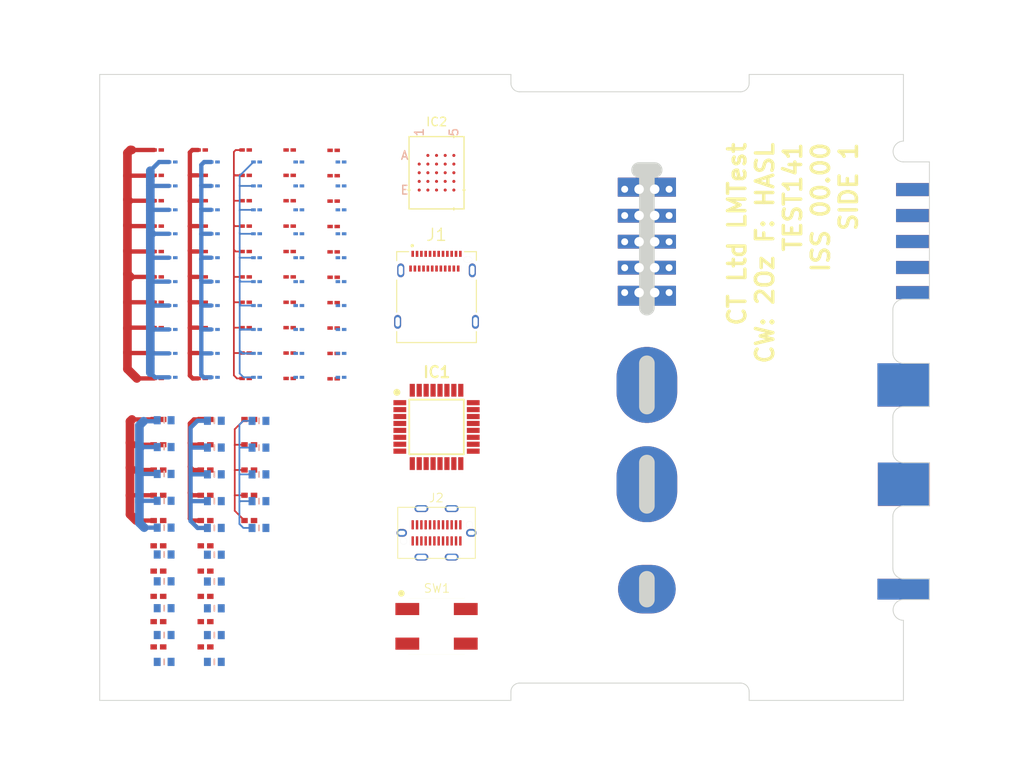
<source format=kicad_pcb>
(kicad_pcb (version 20221018) (generator pcbnew)
  (title_block (title "TEST141") (date "2023-06-13") (rev "00.00") (company "Control Techniques") (comment 1 "LM Test Board"))
  (layers (0 "F.Cu" signal) (31 "B.Cu" signal) (34 "B.Paste" user) (35 "F.Paste" user) (36 "B.SilkS" user "B.Silkscreen") (37 "F.SilkS" user "F.Silkscreen") (38 "B.Mask" user) (39 "F.Mask" user) (44 "Edge.Cuts" user))
  (net 0 "")
  (footprint "ImportedParts:1102-4101" (layer "F.Cu") (at 62.168382 66.086664)
    (fp_text reference "R112" hide)
    (fp_text value "1k" hide)
  )
  (footprint "ImportedParts:1101-4011" (layer "F.Cu") (at 56.64362 32.03)
    (fp_text reference "R1" hide)
    (fp_text value "1k" hide)
  )
  (footprint "ImportedParts:1101-4011" (layer "F.Cu") (at 71.88119 58.426664)
    (fp_text reference "R40" hide)
    (fp_text value "1k" hide)
  )
  (footprint "ImportedParts:1101-4011" (layer "F.Cu") (at 66.802 40.828886)
    (fp_text reference "R24" hide)
    (fp_text value "1k" hide)
  )
  (footprint "ImportedParts:1102-4101" (layer "F.Cu") (at 56.728382 86.526664)
    (fp_text reference "R109" hide)
    (fp_text value "1k" hide)
  )
  (footprint "ImportedParts:1101-4011" (layer "F.Cu") (at 76.960382 58.468518)
    (fp_text reference "R50" hide)
    (fp_text value "1k" hide)
  )
  (footprint "ImportedParts:1101-4011" (layer "F.Cu") (at 71.88119 37.895924)
    (fp_text reference "R33" hide)
    (fp_text value "1k" hide)
  )
  (footprint "ImportedParts:1102-4101" (layer "F.Cu") (at 56.728382 80.686664)
    (fp_text reference "R107" hide)
    (fp_text value "1k" hide)
  )
  (footprint "ImportedParts:1101-4011" (layer "F.Cu") (at 66.802 37.895924)
    (fp_text reference "R23" hide)
    (fp_text value "1k" hide)
  )
  (footprint "ImportedParts:1101-4011" (layer "F.Cu") (at 66.802 58.426664)
    (fp_text reference "R30" hide)
    (fp_text value "1k" hide)
  )
  (footprint "ImportedParts:1101-4011" (layer "F.Cu") (at 61.72281 58.426664)
    (fp_text reference "R20" hide)
    (fp_text value "1k" hide)
  )
  (footprint "ImportedParts:1101-4011" (layer "F.Cu") (at 66.802 55.493696)
    (fp_text reference "R29" hide)
    (fp_text value "1k" hide)
  )
  (footprint "ImportedParts:2214-0034" (layer "F.Cu") (at 88.84 34.660002)
    (fp_text reference "IC2")
    (fp_text value "W25Q32JVTBIQ" hide)
  )
  (footprint "ImportedParts:1102-4101" (layer "F.Cu") (at 62.168382 83.606664)
    (fp_text reference "R118" hide)
    (fp_text value "1k" hide)
  )
  (footprint "ImportedParts:1101-4011" (layer "F.Cu") (at 71.88119 34.962962)
    (fp_text reference "R32" hide)
    (fp_text value "1k" hide)
  )
  (footprint "ImportedParts:1102-4101" (layer "F.Cu") (at 56.728382 89.446664)
    (fp_text reference "R110" hide)
    (fp_text value "1k" hide)
  )
  (footprint "ImportedParts:1101-4011" (layer "F.Cu") (at 71.88119 40.828886)
    (fp_text reference "R34" hide)
    (fp_text value "1k" hide)
  )
  (footprint "ImportedParts:3432-2001" (layer "F.Cu") (at 88.84 44.690006)
    (fp_text reference "J1")
    (fp_text value "12401610E4_2A" hide)
    (fp_line (start 3.45 -0.325) (end 3.75 -0.325) (stroke (width 0.01)) (layer "Edge.Cuts"))
    (fp_line (start 3.75 0.325) (end 3.45 0.325) (stroke (width 0.01)) (layer "Edge.Cuts"))
    (fp_arc (start 3.45 0.325) (mid 3.125 0) (end 3.45 -0.325) (stroke (width 0.01)) (layer "Edge.Cuts"))
    (fp_arc (start 3.75 -0.325) (mid 4.075 0) (end 3.75 0.325) (stroke (width 0.01)) (layer "Edge.Cuts"))
  )
  (footprint "ImportedParts:1101-4011" (layer "F.Cu") (at 71.88119 49.627772)
    (fp_text reference "R37" hide)
    (fp_text value "1k" hide)
  )
  (footprint "ImportedParts:1101-4011" (layer "F.Cu") (at 66.802 46.69481)
    (fp_text reference "R26" hide)
    (fp_text value "1k" hide)
  )
  (footprint "ImportedParts:1102-4101" (layer "F.Cu") (at 67.215144 71.926664)
    (fp_text reference "R124" hide)
    (fp_text value "1k" hide)
  )
  (footprint "ImportedParts:1102-4101" (layer "F.Cu") (at 62.168382 86.526664)
    (fp_text reference "R119" hide)
    (fp_text value "1k" hide)
  )
  (footprint "ImportedParts:1101-4011" (layer "F.Cu") (at 56.64362 58.426664)
    (fp_text reference "R10" hide)
    (fp_text value "1k" hide)
  )
  (footprint "ImportedParts:1102-4101" (layer "F.Cu") (at 56.728382 77.766664)
    (fp_text reference "R106" hide)
    (fp_text value "1k" hide)
  )
  (footprint "ImportedParts:3332-0026" (layer "F.Cu") (at 88.84 87.07)
    (fp_text reference "SW1")
    (fp_text value "TSSF631NJHU" hide)
  )
  (footprint "ImportedParts:1101-4011" (layer "F.Cu") (at 61.72281 34.962962)
    (fp_text reference "R12" hide)
    (fp_text value "1k" hide)
  )
  (footprint "ImportedParts:1102-4101" (layer "F.Cu") (at 67.215144 69.006664)
    (fp_text reference "R123" hide)
    (fp_text value "1k" hide)
  )
  (footprint "ImportedParts:1102-4101" (layer "F.Cu") (at 56.728382 63.166664)
    (fp_text reference "R101" hide)
    (fp_text value "1k" hide)
  )
  (footprint "ImportedParts:1102-4101" (layer "F.Cu") (at 62.168382 80.686664)
    (fp_text reference "R117" hide)
    (fp_text value "1k" hide)
  )
  (footprint "ImportedParts:1101-4011" (layer "F.Cu") (at 56.64362 46.69481)
    (fp_text reference "R6" hide)
    (fp_text value "1k" hide)
  )
  (footprint "ImportedParts:1101-4011" (layer "F.Cu") (at 71.88119 46.69481)
    (fp_text reference "R36" hide)
    (fp_text value "1k" hide)
  )
  (footprint "ImportedParts:1102-4101" (layer "F.Cu") (at 56.728382 74.846664)
    (fp_text reference "R105" hide)
    (fp_text value "1k" hide)
  )
  (footprint "ImportedParts:1101-4011" (layer "F.Cu") (at 56.64362 52.560734)
    (fp_text reference "R8" hide)
    (fp_text value "1k" hide)
  )
  (footprint "ImportedParts:3432-2000" (layer "F.Cu") (at 88.84 76.27)
    (fp_text reference "J2")
    (fp_text value "GSB3CN1330DSHR" hide)
    (fp_circle (center -3.809992 0.929998) (end -3.409992 0.929998) (stroke (width 0.01)) (fill none) (layer "Edge.Cuts"))
    (fp_circle (center 3.809992 -0.929998) (end 4.209992 -0.929998) (stroke (width 0.01)) (fill none) (layer "Edge.Cuts"))
  )
  (footprint "CustomPads:PAD7.3mm" (layer "F.Cu") (at 113.1284 59.176664)
    (fp_text reference "TAB2" hide)
    (fp_text value "PAD7.3mm" hide)
    (fp_poly (pts (arc (start 0.9 -2.5) (mid 0 -3.4) (end -0.9 -2.5)) (arc (start -0.9 2.5) (mid 0 3.4) (end 0.9 2.5))) (fill solid) (layer "Edge.Cuts"))
  )
  (footprint "ImportedParts:1101-4011" (layer "F.Cu") (at 76.960382 35.004816)
    (fp_text reference "R42" hide)
    (fp_text value "1k" hide)
  )
  (footprint "ImportedParts:1102-4101" (layer "F.Cu") (at 56.728382 66.086664)
    (fp_text reference "R102" hide)
    (fp_text value "1k" hide)
  )
  (footprint "ImportedParts:1101-4011" (layer "F.Cu") (at 66.802 34.962962)
    (fp_text reference "R22" hide)
    (fp_text value "1k" hide)
  )
  (footprint "ImportedParts:1101-4011" (layer "F.Cu") (at 61.72281 37.895924)
    (fp_text reference "R13" hide)
    (fp_text value "1k" hide)
  )
  (footprint "ImportedParts:1101-4011" (layer "F.Cu") (at 61.72281 49.627772)
    (fp_text reference "R17" hide)
    (fp_text value "1k" hide)
  )
  (footprint "ImportedParts:1101-4011" (layer "F.Cu") (at 66.802 43.761848)
    (fp_text reference "R25" hide)
    (fp_text value "1k" hide)
  )
  (footprint "ImportedParts:1101-4011" (layer "F.Cu") (at 71.88119 55.493696)
    (fp_text reference "R39" hide)
    (fp_text value "1k" hide)
  )
  (footprint "ImportedParts:1101-4011" (layer "F.Cu") (at 56.64362 40.828886)
    (fp_text reference "R4" hide)
    (fp_text value "1k" hide)
  )
  (footprint "ImportedParts:1101-4011" (layer "F.Cu") (at 56.64362 34.962962)
    (fp_text reference "R2" hide)
    (fp_text value "1k" hide)
  )
  (footprint "ImportedParts:1102-4101" (layer "F.Cu") (at 62.168382 74.846664)
    (fp_text reference "R115" hide)
    (fp_text value "1k" hide)
  )
  (footprint "ImportedParts:1102-4101" (layer "F.Cu") (at 67.215144 74.846664)
    (fp_text reference "R125" hide)
    (fp_text value "1k" hide)
  )
  (footprint "ImportedParts:1102-4101" (layer "F.Cu") (at 62.168382 77.766664)
    (fp_text reference "R116" hide)
    (fp_text value "1k" hide)
  )
  (footprint "ImportedParts:1101-4011" (layer "F.Cu") (at 61.72281 55.493696)
    (fp_text reference "R19" hide)
    (fp_text value "1k" hide)
  )
  (footprint "ImportedParts:1101-4011" (layer "F.Cu") (at 76.960382 49.669626)
    (fp_text reference "R47" hide)
    (fp_text value "1k" hide)
  )
  (footprint "ImportedParts:1101-4011" (layer "F.Cu") (at 66.802 49.627772)
    (fp_text reference "R27" hide)
    (fp_text value "1k" hide)
  )
  (footprint "CustomPads:PAD7.3mm" (layer "F.Cu") (at 113.1284 70.646664)
    (fp_text reference "TAB3" hide)
    (fp_text value "PAD7.3mm" hide)
    (fp_poly (pts (arc (start 0.9 -2.5) (mid 0 -3.4) (end -0.9 -2.5)) (arc (start -0.9 2.5) (mid 0 3.4) (end 0.9 2.5))) (fill solid) (layer "Edge.Cuts"))
  )
  (footprint "ImportedParts:1102-4101" (layer "F.Cu") (at 62.168382 69.006664)
    (fp_text reference "R113" hide)
    (fp_text value "1k" hide)
  )
  (footprint "ImportedParts:1101-4011" (layer "F.Cu") (at 61.72281 43.761848)
    (fp_text reference "R15" hide)
    (fp_text value "1k" hide)
  )
  (footprint "ImportedParts:1101-4011" (layer "F.Cu") (at 61.72281 46.69481)
    (fp_text reference "R16" hide)
    (fp_text value "1k" hide)
  )
  (footprint "ImportedParts:1101-4011" (layer "F.Cu") (at 66.802 52.560734)
    (fp_text reference "R28" hide)
    (fp_text value "1k" hide)
  )
  (footprint "ImportedParts:1101-4011" (layer "F.Cu") (at 76.960382 52.602588)
    (fp_text reference "R48" hide)
    (fp_text value "1k" hide)
  )
  (footprint "ImportedParts:1101-4011" (layer "F.Cu") (at 76.960382 46.736664)
    (fp_text reference "R46" hide)
    (fp_text value "1k" hide)
  )
  (footprint "ImportedParts:1102-4101" (layer "F.Cu") (at 56.728382 83.606664)
    (fp_text reference "R108" hide)
    (fp_text value "1k" hide)
  )
  (footprint "ImportedParts:1102-4101" (layer "F.Cu") (at 56.728382 69.006664)
    (fp_text reference "R103" hide)
    (fp_text value "1k" hide)
  )
  (footprint "ImportedParts:1101-4011" (layer "F.Cu") (at 76.960382 40.87074)
    (fp_text reference "R44" hide)
    (fp_text value "1k" hide)
  )
  (footprint "ImportedParts:1101-4011" (layer "F.Cu") (at 56.64362 37.895924)
    (fp_text reference "R3" hide)
    (fp_text value "1k" hide)
  )
  (footprint "ImportedParts:1102-4101" (layer "F.Cu") (at 67.218382 63.166664)
    (fp_text reference "R121" hide)
    (fp_text value "1k" hide)
  )
  (footprint "ImportedParts:2214-0197" (layer "F.Cu") (at 88.84 64.03)
    (fp_text reference "IC1")
    (fp_text value "STM32G030K6T6TR" hide)
  )
  (footprint "CustomPads:PAD4.7mm" (layer "F.Cu") (at 113.126757 82.776664)
    (fp_text reference "TAB4" hide)
    (fp_text value "PAD4.7mm" hide)
    (fp_poly (pts (arc (start -0.9 -1.2) (mid 0 -2.1) (end 0.9 -1.2)) (arc (start 0.9 1.2) (mid 0 2.1) (end -0.9 1.2))) (fill solid) (layer "Edge.Cuts"))
  )
  (footprint "ImportedParts:1101-4011" (layer "F.Cu") (at 76.960382 43.803702)
    (fp_text reference "R45" hide)
    (fp_text value "1k" hide)
  )
  (footprint "ImportedParts:1102-4101" (layer "F.Cu") (at 62.168382 89.446664)
    (fp_text reference "R120" hide)
    (fp_text value "1k" hide)
  )
  (footprint "ImportedParts:1101-4011" (layer "F.Cu") (at 56.64362 55.493696)
    (fp_text reference "R9" hide)
    (fp_text value "1k" hide)
  )
  (footprint "ImportedParts:1101-4011" (layer "F.Cu") (at 71.88119 52.560734)
    (fp_text reference "R38" hide)
    (fp_text value "1k" hide)
  )
  (footprint "ImportedParts:1102-4101" (layer "F.Cu") (at 67.215144 66.086664)
    (fp_text reference "R122" hide)
    (fp_text value "1k" hide)
  )
  (footprint "ImportedParts:1102-4101" (layer "F.Cu") (at 62.168382 63.166664)
    (fp_text reference "R111" hide)
    (fp_text value "1k" hide)
  )
  (footprint "ImportedParts:1102-4101" (layer "F.Cu") (at 56.728382 71.926664)
    (fp_text reference "R104" hide)
    (fp_text value "1k" hide)
  )
  (footprint "ImportedParts:1101-4011" (layer "F.Cu") (at 76.960382 55.53555)
    (fp_text reference "R49" hide)
    (fp_text value "1k" hide)
  )
  (footprint "ImportedParts:1101-4011" (layer "F.Cu") (at 56.64362 49.627772)
    (fp_text reference "R7" hide)
    (fp_text value "1k" hide)
  )
  (footprint "ImportedParts:1101-4011" (layer "F.Cu") (at 61.72281 40.828886)
    (fp_text reference "R14" hide)
    (fp_text value "1k" hide)
  )
  (footprint "ImportedParts:1101-4011" (layer "F.Cu") (at 61.72281 52.560734)
    (fp_text reference "R18" hide)
    (fp_text value "1k" hide)
  )
  (footprint "ImportedParts:1101-4011" (layer "F.Cu") (at 76.960382 32.071854)
    (fp_text reference "R41" hide)
    (fp_text value "1k" hide)
  )
  (footprint "ImportedParts:1102-4101" (layer "F.Cu") (at 62.168382 71.926664)
    (fp_text reference "R114" hide)
    (fp_text value "1k" hide)
  )
  (footprint "ImportedParts:1101-4011" (layer "F.Cu") (at 76.960382 37.937778)
    (fp_text reference "R43" hide)
    (fp_text value "1k" hide)
  )
  (footprint "CustomPads:Edge5Way" (layer "F.Cu") (at 113.1284 42.356664)
    (fp_text reference "TAB1" hide)
    (fp_text value "~" hide)
    (fp_poly (pts (arc (start 0.9 -7.11) (mid 1.8 -8.01) (end 0.9 -8.91)) (arc (start -0.9 -8.91) (mid -1.8 -8.01) (end -0.9 -7.11)) (arc (start -0.9 7.89) (mid 0 8.79) (end 0.9 7.89))) (fill solid) (layer "Edge.Cuts"))
  )
  (footprint "ImportedParts:1101-4011" (layer "F.Cu") (at 66.802 32.03)
    (fp_text reference "R21" hide)
    (fp_text value "1k" hide)
  )
  (footprint "ImportedParts:1101-4011" (layer "F.Cu") (at 71.88119 32.03)
    (fp_text reference "R31" hide)
    (fp_text value "1k" hide)
  )
  (footprint "ImportedParts:1101-4011" (layer "F.Cu") (at 71.88119 43.761848)
    (fp_text reference "R35" hide)
    (fp_text value "1k" hide)
  )
  (footprint "ImportedParts:1101-4011" (layer "F.Cu") (at 61.72281 32.03)
    (fp_text reference "R11" hide)
    (fp_text value "1k" hide)
  )
  (footprint "ImportedParts:1101-4011" (layer "F.Cu") (at 56.64362 43.761848)
    (fp_text reference "R5" hide)
    (fp_text value "1k" hide)
  )
  (footprint "ImportedParts:1105-4101" (layer "B.Cu") (at 63.188382 47.240053 180)
    (fp_text reference "R86" hide)
    (fp_text value "1k" hide)
  )
  (footprint "ImportedParts:1127-4101" (layer "B.Cu") (at 63.182382 63.316664 180)
    (fp_text reference "R131" hide)
    (fp_text value "RC0603FR-071KL" hide)
  )
  (footprint "ImportedParts:1105-4101" (layer "B.Cu") (at 72.936382 44.475902 180)
    (fp_text reference "R65" hide)
    (fp_text value "1k" hide)
  )
  (footprint "ImportedParts:1105-4101" (layer "B.Cu") (at 58.314382 38.9476 180)
    (fp_text reference "R93" hide)
    (fp_text value "1k" hide)
  )
  (footprint "ImportedParts:1105-4101" (layer "B.Cu") (at 77.810382 47.240053 180)
    (fp_text reference "R56" hide)
    (fp_text value "1k" hide)
  )
  (footprint "ImportedParts:1105-4101" (layer "B.Cu") (at 58.314382 55.532506 180)
    (fp_text reference "R99" hide)
    (fp_text value "1k" hide)
  )
  (footprint "ImportedParts:1105-4101" (layer "B.Cu") (at 68.062382 36.183449 180)
    (fp_text reference "R72" hide)
    (fp_text value "1k" hide)
  )
  (footprint "ImportedParts:1105-4101" (layer "B.Cu") (at 77.810382 52.768355 180)
    (fp_text reference "R58" hide)
    (fp_text value "1k" hide)
  )
  (footprint "ImportedParts:1127-4101" (layer "B.Cu") (at 68.338382 75.698884 180)
    (fp_text reference "R130" hide)
    (fp_text value "RC0603FR-071KL" hide)
  )
  (footprint "ImportedParts:1127-4101" (layer "B.Cu") (at 63.182382 91.176664 180)
    (fp_text reference "R140" hide)
    (fp_text value "RC0603FR-071KL" hide)
  )
  (footprint "ImportedParts:1105-4101" (layer "B.Cu") (at 68.062382 38.9476 180)
    (fp_text reference "R73" hide)
    (fp_text value "1k" hide)
  )
  (footprint "ImportedParts:1105-4101" (layer "B.Cu") (at 77.810382 41.711751 180)
    (fp_text reference "R54" hide)
    (fp_text value "1k" hide)
  )
  (footprint "ImportedParts:1105-4101" (layer "B.Cu") (at 63.188382 38.9476 180)
    (fp_text reference "R83" hide)
    (fp_text value "1k" hide)
  )
  (footprint "ImportedParts:1127-4101" (layer "B.Cu") (at 57.388382 72.56333 180)
    (fp_text reference "R144" hide)
    (fp_text value "RC0603FR-071KL" hide)
  )
  (footprint "ImportedParts:1105-4101" (layer "B.Cu") (at 68.062382 44.475902 180)
    (fp_text reference "R75" hide)
    (fp_text value "1k" hide)
  )
  (footprint "ImportedParts:1105-4101" (layer "B.Cu") (at 72.936382 47.240053 180)
    (fp_text reference "R66" hide)
    (fp_text value "1k" hide)
  )
  (footprint "ImportedParts:1105-4101" (layer "B.Cu") (at 58.314382 41.711751 180)
    (fp_text reference "R94" hide)
    (fp_text value "1k" hide)
  )
  (footprint "ImportedParts:1105-4101" (layer "B.Cu") (at 77.810382 33.419298 180)
    (fp_text reference "R51" hide)
    (fp_text value "1k" hide)
  )
  (footprint "ImportedParts:1105-4101" (layer "B.Cu") (at 63.188382 55.532506 180)
    (fp_text reference "R89" hide)
    (fp_text value "1k" hide)
  )
  (footprint "ImportedParts:1105-4101" (layer "B.Cu") (at 63.188382 36.183449 180)
    (fp_text reference "R82" hide)
    (fp_text value "1k" hide)
  )
  (footprint "ImportedParts:1127-4101" (layer "B.Cu") (at 63.182382 66.412219 180)
    (fp_text reference "R132" hide)
    (fp_text value "RC0603FR-071KL" hide)
  )
  (footprint "ImportedParts:1105-4101" (layer "B.Cu") (at 77.810382 50.004204 180)
    (fp_text reference "R57" hide)
    (fp_text value "1k" hide)
  )
  (footprint "ImportedParts:1105-4101" (layer "B.Cu") (at 68.062382 52.768355 180)
    (fp_text reference "R78" hide)
    (fp_text value "1k" hide)
  )
  (footprint "ImportedParts:1105-4101" (layer "B.Cu") (at 58.314382 44.475902 180)
    (fp_text reference "R95" hide)
    (fp_text value "1k" hide)
  )
  (footprint "ImportedParts:1105-4101" (layer "B.Cu") (at 58.314382 52.768355 180)
    (fp_text reference "R98" hide)
    (fp_text value "1k" hide)
  )
  (footprint "ImportedParts:1127-4101" (layer "B.Cu") (at 68.338382 72.605829 180)
    (fp_text reference "R129" hide)
    (fp_text value "RC0603FR-071KL" hide)
  )
  (footprint "ImportedParts:1105-4101" (layer "B.Cu") (at 58.314382 50.004204 180)
    (fp_text reference "R97" hide)
    (fp_text value "1k" hide)
  )
  (footprint "ImportedParts:1127-4101" (layer "B.Cu") (at 63.182382 88.081104 180)
    (fp_text reference "R139" hide)
    (fp_text value "RC0603FR-071KL" hide)
  )
  (footprint "ImportedParts:1127-4101" (layer "B.Cu") (at 57.388382 91.176664 180)
    (fp_text reference "R150" hide)
    (fp_text value "RC0603FR-071KL" hide)
  )
  (footprint "ImportedParts:1105-4101" (layer "B.Cu") (at 63.188382 33.419298 180)
    (fp_text reference "R81" hide)
    (fp_text value "1k" hide)
  )
  (footprint "ImportedParts:1127-4101" (layer "B.Cu") (at 68.338382 63.326664 180)
    (fp_text reference "R126" hide)
    (fp_text value "RC0603FR-071KL" hide)
  )
  (footprint "ImportedParts:1127-4101" (layer "B.Cu") (at 57.388382 75.665552 180)
    (fp_text reference "R145" hide)
    (fp_text value "RC0603FR-071KL" hide)
  )
  (footprint "ImportedParts:1105-4101" (layer "B.Cu") (at 77.810382 38.9476 180)
    (fp_text reference "R53" hide)
    (fp_text value "1k" hide)
  )
  (footprint "ImportedParts:1105-4101" (layer "B.Cu") (at 72.936382 36.183449 180)
    (fp_text reference "R62" hide)
    (fp_text value "1k" hide)
  )
  (footprint "ImportedParts:1105-4101" (layer "B.Cu") (at 68.062382 47.240053 180)
    (fp_text reference "R76" hide)
    (fp_text value "1k" hide)
  )
  (footprint "ImportedParts:1105-4101" (layer "B.Cu") (at 68.062382 55.532506 180)
    (fp_text reference "R79" hide)
    (fp_text value "1k" hide)
  )
  (footprint "ImportedParts:1127-4101" (layer "B.Cu") (at 63.182382 84.985549 180)
    (fp_text reference "R138" hide)
    (fp_text value "RC0603FR-071KL" hide)
  )
  (footprint "ImportedParts:1127-4101" (layer "B.Cu") (at 63.182382 75.698884 180)
    (fp_text reference "R135" hide)
    (fp_text value "RC0603FR-071KL" hide)
  )
  (footprint "ImportedParts:1105-4101" (layer "B.Cu") (at 63.188382 50.004204 180)
    (fp_text reference "R87" hide)
    (fp_text value "1k" hide)
  )
  (footprint "ImportedParts:1127-4101" (layer "B.Cu") (at 57.388382 69.461108 180)
    (fp_text reference "R143" hide)
    (fp_text value "RC0603FR-071KL" hide)
  )
  (footprint "ImportedParts:1105-4101" (layer "B.Cu") (at 77.810382 58.296664 180)
    (fp_text reference "R60" hide)
    (fp_text value "1k" hide)
  )
  (footprint "ImportedParts:1127-4101" (layer "B.Cu") (at 57.388382 88.07444 180)
    (fp_text reference "R149" hide)
    (fp_text value "RC0603FR-071KL" hide)
  )
  (footprint "ImportedParts:1105-4101" (layer "B.Cu") (at 58.314382 36.183449 180)
    (fp_text reference "R92" hide)
    (fp_text value "1k" hide)
  )
  (footprint "ImportedParts:1105-4101" (layer "B.Cu") (at 68.062382 33.419298 180)
    (fp_text reference "R71" hide)
    (fp_text value "1k" hide)
  )
  (footprint "ImportedParts:1105-4101" (layer "B.Cu") (at 68.062382 58.296664 180)
    (fp_text reference "R80" hide)
    (fp_text value "1k" hide)
  )
  (footprint "ImportedParts:1105-4101" (layer "B.Cu") (at 72.936382 52.768355 180)
    (fp_text reference "R68" hide)
    (fp_text value "1k" hide)
  )
  (footprint "ImportedParts:1127-4101" (layer "B.Cu") (at 63.182382 69.507774 180)
    (fp_text reference "R133" hide)
    (fp_text value "RC0603FR-071KL" hide)
  )
  (footprint "ImportedParts:1105-4101" (layer "B.Cu") (at 68.062382 50.004204 180)
    (fp_text reference "R77" hide)
    (fp_text value "1k" hide)
  )
  (footprint "ImportedParts:1105-4101" (layer "B.Cu") (at 77.810382 44.475902 180)
    (fp_text reference "R55" hide)
    (fp_text value "1k" hide)
  )
  (footprint "ImportedParts:1105-4101" (layer "B.Cu") (at 77.810382 55.532506 180)
    (fp_text reference "R59" hide)
    (fp_text value "1k" hide)
  )
  (footprint "ImportedParts:1127-4101" (layer "B.Cu") (at 63.182382 78.794439 180)
    (fp_text reference "R136" hide)
    (fp_text value "RC0603FR-071KL" hide)
  )
  (footprint "ImportedParts:1127-4101" (layer "B.Cu") (at 57.388382 66.358886 180)
    (fp_text reference "R142" hide)
    (fp_text value "RC0603FR-071KL" hide)
  )
  (footprint "ImportedParts:1105-4101" (layer "B.Cu") (at 72.936382 50.004204 180)
    (fp_text reference "R67" hide)
    (fp_text value "1k" hide)
  )
  (footprint "ImportedParts:1105-4101" (layer "B.Cu") (at 68.062382 41.711751 180)
    (fp_text reference "R74" hide)
    (fp_text value "1k" hide)
  )
  (footprint "ImportedParts:1105-4101" (layer "B.Cu") (at 58.314382 47.240053 180)
    (fp_text reference "R96" hide)
    (fp_text value "1k" hide)
  )
  (footprint "ImportedParts:1105-4101" (layer "B.Cu") (at 63.188382 44.475902 180)
    (fp_text reference "R85" hide)
    (fp_text value "1k" hide)
  )
  (footprint "ImportedParts:1105-4101" (layer "B.Cu") (at 63.188382 52.768355 180)
    (fp_text reference "R88" hide)
    (fp_text value "1k" hide)
  )
  (footprint "ImportedParts:1127-4101" (layer "B.Cu") (at 63.182382 81.889994 180)
    (fp_text reference "R137" hide)
    (fp_text value "RC0603FR-071KL" hide)
  )
  (footprint "ImportedParts:1127-4101" (layer "B.Cu") (at 57.388382 78.767774 180)
    (fp_text reference "R146" hide)
    (fp_text value "RC0603FR-071KL" hide)
  )
  (footprint "ImportedParts:1105-4101" (layer "B.Cu") (at 63.188382 41.711751 180)
    (fp_text reference "R84" hide)
    (fp_text value "1k" hide)
  )
  (footprint "ImportedParts:1105-4101" (layer "B.Cu") (at 72.936382 58.296664 180)
    (fp_text reference "R70" hide)
    (fp_text value "1k" hide)
  )
  (footprint "ImportedParts:1105-4101" (layer "B.Cu") (at 72.936382 41.711751 180)
    (fp_text reference "R64" hide)
    (fp_text value "1k" hide)
  )
  (footprint "ImportedParts:1127-4101" (layer "B.Cu") (at 68.338382 69.512774 180)
    (fp_text reference "R128" hide)
    (fp_text value "RC0603FR-071KL" hide)
  )
  (footprint "ImportedParts:1105-4101" (layer "B.Cu") (at 77.810382 36.183449 180)
    (fp_text reference "R52" hide)
    (fp_text value "1k" hide)
  )
  (footprint "ImportedParts:1127-4101" (layer "B.Cu") (at 68.338382 66.419719 180)
    (fp_text reference "R127" hide)
    (fp_text value "RC0603FR-071KL" hide)
  )
  (footprint "ImportedParts:1127-4101" (layer "B.Cu") (at 63.182382 72.603329 180)
    (fp_text reference "R134" hide)
    (fp_text value "RC0603FR-071KL" hide)
  )
  (footprint "ImportedParts:1105-4101" (layer "B.Cu") (at 72.936382 33.419298 180)
    (fp_text reference "R61" hide)
    (fp_text value "1k" hide)
  )
  (footprint "ImportedParts:1127-4101" (layer "B.Cu") (at 57.388382 63.256664 180)
    (fp_text reference "R141" hide)
    (fp_text value "RC0603FR-071KL" hide)
  )
  (footprint "ImportedParts:1105-4101" (layer "B.Cu") (at 58.314382 58.296664 180)
    (fp_text reference "R100" hide)
    (fp_text value "1k" hide)
  )
  (footprint "ImportedParts:1127-4101" (layer "B.Cu") (at 57.388382 81.869996 180)
    (fp_text reference "R147" hide)
    (fp_text value "RC0603FR-071KL" hide)
  )
  (footprint "ImportedParts:1105-4101" (layer "B.Cu") (at 58.314382 33.419298 180)
    (fp_text reference "R91" hide)
    (fp_text value "1k" hide)
  )
  (footprint "ImportedParts:1105-4101" (layer "B.Cu") (at 72.936382 55.532506 180)
    (fp_text reference "R69" hide)
    (fp_text value "1k" hide)
  )
  (footprint "ImportedParts:1105-4101" (layer "B.Cu") (at 63.188382 58.296664 180)
    (fp_text reference "R90" hide)
    (fp_text value "1k" hide)
  )
  (footprint "ImportedParts:1127-4101" (layer "B.Cu") (at 57.388382 84.972218 180)
    (fp_text reference "R148" hide)
    (fp_text value "RC0603FR-071KL" hide)
  )
  (footprint "ImportedParts:1105-4101" (layer "B.Cu") (at 72.936382 38.9476 180)
    (fp_text reference "R63" hide)
    (fp_text value "1k" hide)
  )
  (gr_rect (start 139.798382 68.156664) (end 145.798382 73.156664) (fill solid) (layer "F.Cu"))
  (gr_rect (start 139.748382 56.676664) (end 145.748382 61.676664) (fill solid) (layer "F.Cu"))
  (gr_rect (start 141.908382 38.856664) (end 145.688382 40.356664) (fill solid) (layer "F.Cu"))
  (gr_rect (start 141.908382 44.856664) (end 145.688382 46.356664) (fill solid) (layer "F.Cu"))
  (gr_rect (start 139.748382 81.576664) (end 145.748382 83.976664) (fill solid) (layer "F.Cu"))
  (gr_rect (start 141.898382 47.756664) (end 145.678382 49.256664) (fill solid) (layer "F.Cu"))
  (gr_rect (start 141.898382 35.856664) (end 145.678382 37.356664) (fill solid) (layer "F.Cu"))
  (gr_rect (start 141.908382 41.856664) (end 145.688382 43.356664) (fill solid) (layer "F.Cu"))
  (gr_rect (start 141.898382 44.856664) (end 145.678382 46.356664) (fill solid) (layer "B.Cu"))
  (gr_rect (start 141.908382 47.756664) (end 145.688382 49.256664) (fill solid) (layer "B.Cu"))
  (gr_rect (start 141.898382 41.856664) (end 145.678382 43.356664) (fill solid) (layer "B.Cu"))
  (gr_rect (start 141.898382 38.856664) (end 145.678382 40.356664) (fill solid) (layer "B.Cu"))
  (gr_rect (start 141.908382 35.856664) (end 145.688382 37.356664) (fill solid) (layer "B.Cu"))
  (gr_rect (start 139.798382 68.146664) (end 145.698382 73.146664) (fill solid) (layer "B.Cu"))
  (gr_rect (start 139.748382 56.676664) (end 145.748382 61.676664) (fill solid) (layer "B.Cu"))
  (gr_rect (start 139.748382 81.576664) (end 145.748382 83.976664) (fill solid) (layer "B.Cu"))
  (gr_arc (start 97.428382 94.626664) (mid 97.721275 93.919557) (end 98.428382 93.626664) (stroke (width 0.1)) (layer "Edge.Cuts"))
  (gr_arc (start 142.748382 33.406664) (mid 141.548382 32.206664) (end 142.748382 31.006664) (stroke (width 0.1)) (layer "Edge.Cuts"))
  (gr_line (start 142.748382 33.406664) (end 145.748382 33.406664) (stroke (width 0.1)) (layer "Edge.Cuts"))
  (gr_line (start 141.528382 74.376664) (end 141.528382 80.356664) (stroke (width 0.1)) (layer "Edge.Cuts"))
  (gr_line (start 145.748382 33.406664) (end 145.748382 49.276664) (stroke (width 0.1)) (layer "Edge.Cuts"))
  (gr_line (start 97.428382 95.626664) (end 49.948382 95.626664) (stroke (width 0.1)) (layer "Edge.Cuts"))
  (gr_line (start 97.428382 94.626664) (end 97.428382 95.626664) (stroke (width 0.1)) (layer "Edge.Cuts"))
  (gr_line (start 142.748382 56.676664) (end 145.748382 56.676664) (stroke (width 0.1)) (layer "Edge.Cuts"))
  (gr_line (start 98.428382 25.306664) (end 123.938382 25.306664) (stroke (width 0.1)) (layer "Edge.Cuts"))
  (gr_arc (start 141.528382 50.496664) (mid 141.885712 49.633994) (end 142.748382 49.276664) (stroke (width 0.1)) (layer "Edge.Cuts"))
  (gr_line (start 142.748382 95.626664) (end 124.938382 95.626664) (stroke (width 0.1)) (layer "Edge.Cuts"))
  (gr_arc (start 141.528382 74.376664) (mid 141.885712 73.513994) (end 142.748382 73.156664) (stroke (width 0.1)) (layer "Edge.Cuts"))
  (gr_line (start 145.748382 83.976664) (end 142.748382 83.976664) (stroke (width 0.1)) (layer "Edge.Cuts"))
  (gr_line (start 49.948382 95.626664) (end 49.948382 23.306664) (stroke (width 0.1)) (layer "Edge.Cuts"))
  (gr_arc (start 142.748382 86.376664) (mid 141.548382 85.176664) (end 142.748382 83.976664) (stroke (width 0.1)) (layer "Edge.Cuts"))
  (gr_arc (start 123.938382 93.626664) (mid 124.645489 93.919557) (end 124.938382 94.626664) (stroke (width 0.1)) (layer "Edge.Cuts"))
  (gr_line (start 142.748382 86.376664) (end 142.748382 95.626664) (stroke (width 0.1)) (layer "Edge.Cuts"))
  (gr_arc (start 98.428382 25.306664) (mid 97.721275 25.013771) (end 97.428382 24.306664) (stroke (width 0.1)) (layer "Edge.Cuts"))
  (gr_line (start 123.938382 93.626664) (end 98.428382 93.626664) (stroke (width 0.1)) (layer "Edge.Cuts"))
  (gr_line (start 142.748382 68.156664) (end 145.748382 68.156664) (stroke (width 0.1)) (layer "Edge.Cuts"))
  (gr_line (start 145.748382 73.156664) (end 145.748382 68.156664) (stroke (width 0.1)) (layer "Edge.Cuts"))
  (gr_line (start 145.748382 49.276664) (end 142.748382 49.276664) (stroke (width 0.1)) (layer "Edge.Cuts"))
  (gr_line (start 142.748382 81.576664) (end 145.748382 81.576664) (stroke (width 0.1)) (layer "Edge.Cuts"))
  (gr_arc (start 142.748382 68.156664) (mid 141.885712 67.799334) (end 141.528382 66.936664) (stroke (width 0.1)) (layer "Edge.Cuts"))
  (gr_line (start 141.528382 50.496664) (end 141.528382 55.456664) (stroke (width 0.1)) (layer "Edge.Cuts"))
  (gr_line (start 145.748382 56.676664) (end 145.748382 61.676664) (stroke (width 0.1)) (layer "Edge.Cuts"))
  (gr_line (start 49.948382 23.306664) (end 97.428382 23.306664) (stroke (width 0.1)) (layer "Edge.Cuts"))
  (gr_arc (start 142.748382 56.676664) (mid 141.885712 56.319334) (end 141.528382 55.456664) (stroke (width 0.1)) (layer "Edge.Cuts"))
  (gr_line (start 145.748382 61.676664) (end 142.748382 61.676664) (stroke (width 0.1)) (layer "Edge.Cuts"))
  (gr_line (start 124.938382 24.306664) (end 124.938382 23.306664) (stroke (width 0.1)) (layer "Edge.Cuts"))
  (gr_arc (start 141.528382 62.896664) (mid 141.885712 62.033994) (end 142.748382 61.676664) (stroke (width 0.1)) (layer "Edge.Cuts"))
  (gr_line (start 124.938382 95.626664) (end 124.938382 94.626664) (stroke (width 0.1)) (layer "Edge.Cuts"))
  (gr_arc (start 142.748382 81.576664) (mid 141.885712 81.219334) (end 141.528382 80.356664) (stroke (width 0.1)) (layer "Edge.Cuts"))
  (gr_line (start 97.428382 23.306664) (end 97.428382 24.306664) (stroke (width 0.1)) (layer "Edge.Cuts"))
  (gr_line (start 142.748382 31.006664) (end 142.748382 23.306664) (stroke (width 0.1)) (layer "Edge.Cuts"))
  (gr_line (start 124.938382 23.306664) (end 142.748382 23.306664) (stroke (width 0.1)) (layer "Edge.Cuts"))
  (gr_line (start 141.528382 62.896664) (end 141.528382 66.936664) (stroke (width 0.1)) (layer "Edge.Cuts"))
  (gr_line (start 142.748382 73.156664) (end 145.748382 73.156664) (stroke (width 0.1)) (layer "Edge.Cuts"))
  (gr_line (start 145.748382 81.576664) (end 145.748382 83.976664) (stroke (width 0.1)) (layer "Edge.Cuts"))
  (gr_arc (start 124.938382 24.306664) (mid 124.645489 25.013771) (end 123.938382 25.306664) (stroke (width 0.1)) (layer "Edge.Cuts"))
  (gr_text "CT Ltd LMTest\nCW: 2Oz F: HASL\nTEST141\nISS 00.00\nSIDE 1" (at 137.588382 30.966664 90) (layer "F.SilkS") (effects (font (size 2 2) (thickness 0.4) bold) (justify right bottom)))
  (segment (start 65.44 49.54) (end 65.44 52.54) (width 0.2) (layer "F.Cu") (net 0))
  (segment (start 65.44 40.71) (end 65.44 43.55) (width 0.2) (layer "F.Cu") (net 0))
  (segment (start 53.15 46.36) (end 53.15 49.63) (width 1) (layer "F.Cu") (net 0))
  (segment (start 65.44 55.49) (end 65.44 58.07) (width 0.2) (layer "F.Cu") (net 0))
  (segment (start 53.48481 46.69481) (end 56.23162 46.69481) (width 0.5) (layer "F.Cu") (net 0))
  (segment (start 53.152228 49.627772) (end 56.23162 49.627772) (width 0.5) (layer "F.Cu") (net 0))
  (segment (start 66.668382 63.166664) (end 65.54 64.295046) (width 0.2) (layer "F.Cu") (net 0))
  (segment (start 53.676664 66.086664) (end 56.178382 66.086664) (width 0.5) (layer "F.Cu") (net 0))
  (segment (start 66.39 32.03) (end 66.38 32.04) (width 0.2) (layer "F.Cu") (net 0))
  (segment (start 65.54 66.13) (end 65.583336 66.086664) (width 0.2) (layer "F.Cu") (net 0))
  (segment (start 65.44 37.83) (end 65.505924 37.895924) (width 0.2) (layer "F.Cu") (net 0))
  (segment (start 53.15 43.69) (end 53.15 46.36) (width 1) (layer "F.Cu") (net 0))
  (segment (start 65.54 64.295046) (end 65.54 66.13) (width 0.2) (layer "F.Cu") (net 0))
  (segment (start 53.15 46.36) (end 53.48481 46.69481) (width 1) (layer "F.Cu") (net 0))
  (segment (start 56.178382 63.166664) (end 53.666664 63.166664) (width 0.5) (layer "F.Cu") (net 0))
  (segment (start 65.54 66.13) (end 65.54 69.04) (width 0.2) (layer "F.Cu") (net 0))
  (segment (start 65.563336 71.926664) (end 66.665144 71.926664) (width 0.2) (layer "F.Cu") (net 0))
  (segment (start 60.36 49.53) (end 60.457772 49.627772) (width 0.5) (layer "F.Cu") (net 0))
  (segment (start 53.15 57.34) (end 54.236664 58.426664) (width 1) (layer "F.Cu") (net 0))
  (segment (start 60.36 43.66) (end 60.461848 43.761848) (width 0.5) (layer "F.Cu") (net 0))
  (segment (start 60.371114 40.828886) (end 61.31081 40.828886) (width 0.5) (layer "F.Cu") (net 0))
  (segment (start 60.36 52.58) (end 60.379266 52.560734) (width 0.5) (layer "F.Cu") (net 0))
  (segment (start 61.615046 69.01) (end 61.618382 69.006664) (width 0.5) (layer "F.Cu") (net 0))
  (segment (start 56.23162 34.962962) (end 56.217038 34.962962) (width 0) (layer "F.Cu") (net 0))
  (segment (start 65.44 46.67) (end 65.44 49.54) (width 0.2) (layer "F.Cu") (net 0))
  (segment (start 53.238886 40.828886) (end 56.23162 40.828886) (width 0.5) (layer "F.Cu") (net 0))
  (segment (start 60.646664 71.926664) (end 61.618382 71.926664) (width 0.5) (layer "F.Cu") (net 0))
  (segment (start 53.45 65.86) (end 53.676664 66.086664) (width 1) (layer "F.Cu") (net 0))
  (segment (start 56.23162 32.03) (end 53.65 32.03) (width 0.5) (layer "F.Cu") (net 0))
  (segment (start 60.36 49.53) (end 60.36 52.58) (width 0.5) (layer "F.Cu") (net 0))
  (segment (start 53.15 52.63) (end 53.219266 52.560734) (width 1) (layer "F.Cu") (net 0))
  (segment (start 65.558886 40.828886) (end 66.39 40.828886) (width 0.2) (layer "F.Cu") (net 0))
  (segment (start 60.75 69.01) (end 61.615046 69.01) (width 0.5) (layer "F.Cu") (net 0))
  (segment (start 60.36 68.62) (end 60.36 71.64) (width 0.5) (layer "F.Cu") (net 0))
  (segment (start 60.36 37.94) (end 60.36 40.84) (width 0.5) (layer "F.Cu") (net 0))
  (segment (start 65.65 32.04) (end 65.44 32.25) (width 0.2) (layer "F.Cu") (net 0))
  (segment (start 53.45 68.74) (end 53.45 71.94) (width 1) (layer "F.Cu") (net 0))
  (segment (start 65.583336 66.086664) (end 66.665144 66.086664) (width 0.2) (layer "F.Cu") (net 0))
  (segment (start 53.15 37.75) (end 53.15 35.01) (width 1) (layer "F.Cu") (net 0))
  (segment (start 54.156664 74.846664) (end 56.178382 74.846664) (width 0.5) (layer "F.Cu") (net 0))
  (segment (start 60.36 34.95) (end 60.372962 34.962962) (width 0.5) (layer "F.Cu") (net 0))
  (segment (start 60.43481 46.69481) (end 61.31081 46.69481) (width 0.5) (layer "F.Cu") (net 0))
  (segment (start 65.572962 34.962962) (end 66.39 34.962962) (width 0.25) (layer "F.Cu") (net 0))
  (segment (start 65.651848 43.761848) (end 66.39 43.761848) (width 0.2) (layer "F.Cu") (net 0))
  (segment (start 53.463336 71.926664) (end 56.178382 71.926664) (width 0.5) (layer "F.Cu") (net 0))
  (segment (start 65.44 46.67) (end 65.46481 46.69481) (width 0.2) (layer "F.Cu") (net 0))
  (segment (start 65.44 58.07) (end 65.796664 58.426664) (width 0.2) (layer "F.Cu") (net 0))
  (segment (start 53.15 37.75) (end 53.15 40.74) (width 1) (layer "F.Cu") (net 0))
  (segment (start 53.15 43.69) (end 53.221848 43.761848) (width 1) (layer "F.Cu") (net 0))
  (segment (start 53.219266 52.560734) (end 56.23162 52.560734) (width 0.5) (layer "F.Cu") (net 0))
  (segment (start 65.46481 46.69481) (end 66.39 46.69481) (width 0.2) (layer "F.Cu") (net 0))
  (segment (start 60.36 68.62) (end 60.75 69.01) (width 0.5) (layer "F.Cu") (net 0))
  (segment (start 54.236664 58.426664) (end 56.23162 58.426664) (width 0.5) (layer "F.Cu") (net 0))
  (segment (start 65.54 71.95) (end 65.563336 71.926664) (width 0.2) (layer "F.Cu") (net 0))
  (segment (start 60.36 34.95) (end 60.36 37.94) (width 0.5) (layer "F.Cu") (net 0))
  (segment (start 53.45 63.383328) (end 53.45 65.86) (width 1) (layer "F.Cu") (net 0))
  (segment (start 56.18 35) (end 53.16 35) (width 0.5) (layer "F.Cu") (net 0))
  (segment (start 60.36 40.84) (end 60.36 43.66) (width 0.5) (layer "F.Cu") (net 0))
  (segment (start 53.716664 69.006664) (end 56.178382 69.006664) (width 0.5) (layer "F.Cu") (net 0))
  (segment (start 53.15 32.37) (end 53.49 32.03) (width 1) (layer "F.Cu") (net 0))
  (segment (start 60.36 43.66) (end 60.36 46.62) (width 0.5) (layer "F.Cu") (net 0))
  (segment (start 60.379266 52.560734) (end 61.31081 52.560734) (width 0.5) (layer "F.Cu") (net 0))
  (segment (start 65.44 43.55) (end 65.44 46.67) (width 0.2) (layer "F.Cu") (net 0))
  (segment (start 60.36 40.84) (end 60.371114 40.828886) (width 0.5) (layer "F.Cu") (net 0))
  (segment (start 66.38 32.04) (end 65.65 32.04) (width 0.2) (layer "F.Cu") (net 0))
  (segment (start 60.36 63.63) (end 60.823336 63.166664) (width 0.5) (layer "F.Cu") (net 0))
  (segment (start 53.45 65.86) (end 53.45 68.74) (width 1) (layer "F.Cu") (net 0))
  (segment (start 53.15 40.74) (end 53.15 43.69) (width 1) (layer "F.Cu") (net 0))
  (segment (start 65.44 55.49) (end 65.443696 55.493696) (width 0.2) (layer "F.Cu") (net 0))
  (segment (start 53.45 74.14) (end 54.156664 74.846664) (width 1) (layer "F.Cu") (net 0))
  (segment (start 65.443696 55.493696) (end 66.39 55.493696) (width 0.2) (layer "F.Cu") (net 0))
  (segment (start 60.36 58.1) (end 60.686664 58.426664) (width 0.5) (layer "F.Cu") (net 0))
  (segment (start 53.15 49.63) (end 53.15 52.63) (width 1) (layer "F.Cu") (net 0))
  (segment (start 66.668382 74.843426) (end 66.665144 74.846664) (width 0) (layer "F.Cu") (net 0))
  (segment (start 60.36 65.88) (end 60.36 63.63) (width 0.5) (layer "F.Cu") (net 0))
  (segment (start 65.44 52.54) (end 65.460734 52.560734) (width 0.2) (layer "F.Cu") (net 0))
  (segment (start 60.36 71.64) (end 60.646664 71.926664) (width 0.5) (layer "F.Cu") (net 0))
  (segment (start 53.45 71.94) (end 53.463336 71.926664) (width 1) (layer "F.Cu") (net 0))
  (segment (start 53.15 40.74) (end 53.238886 40.828886) (width 1) (layer "F.Cu") (net 0))
  (segment (start 53.16 35) (end 53.15 35.01) (width 0) (layer "F.Cu") (net 0))
  (segment (start 53.15 55.43) (end 53.213696 55.493696) (width 1) (layer "F.Cu") (net 0))
  (segment (start 65.44 43.55) (end 65.651848 43.761848) (width 0.2) (layer "F.Cu") (net 0))
  (segment (start 65.54 73.715044) (end 66.668382 74.843426) (width 0.2) (layer "F.Cu") (net 0))
  (segment (start 60.36 55.51) (end 60.36 58.1) (width 0.5) (layer "F.Cu") (net 0))
  (segment (start 53.15 49.63) (end 53.152228 49.627772) (width 1) (layer "F.Cu") (net 0))
  (segment (start 60.36 32.31) (end 60.36 34.95) (width 0.5) (layer "F.Cu") (net 0))
  (segment (start 65.54 71.95) (end 65.54 73.715044) (width 0.2) (layer "F.Cu") (net 0))
  (segment (start 53.45 71.94) (end 53.45 74.14) (width 1) (layer "F.Cu") (net 0))
  (segment (start 60.64 32.03) (end 60.36 32.31) (width 0.5) (layer "F.Cu") (net 0))
  (segment (start 60.36 52.58) (end 60.36 55.51) (width 0.5) (layer "F.Cu") (net 0))
  (segment (start 65.527772 49.627772) (end 66.39 49.627772) (width 0.2) (layer "F.Cu") (net 0))
  (segment (start 53.15 52.63) (end 53.15 55.43) (width 1) (layer "F.Cu") (net 0))
  (segment (start 65.44 49.54) (end 65.527772 49.627772) (width 0.2) (layer "F.Cu") (net 0))
  (segment (start 56.217038 34.962962) (end 56.18 35) (width 0) (layer "F.Cu") (net 0))
  (segment (start 65.796664 58.426664) (end 66.39 58.426664) (width 0.2) (layer "F.Cu") (net 0))
  (segment (start 60.36 55.51) (end 60.376304 55.493696) (width 0.5) (layer "F.Cu") (net 0))
  (segment (start 65.573336 69.006664) (end 66.665144 69.006664) (width 0.2) (layer "F.Cu") (net 0))
  (segment (start 65.54 69.04) (end 65.573336 69.006664) (width 0.2) (layer "F.Cu") (net 0))
  (segment (start 65.54 69.04) (end 65.54 71.95) (width 0.2) (layer "F.Cu") (net 0))
  (segment (start 60.36 46.62) (end 60.36 49.53) (width 0.5) (layer "F.Cu") (net 0))
  (segment (start 60.372962 34.962962) (end 61.31081 34.962962) (width 0.5) (layer "F.Cu") (net 0))
  (segment (start 60.823336 63.166664) (end 61.618382 63.166664) (width 0.5) (layer "F.Cu") (net 0))
  (segment (start 65.44 32.25) (end 65.44 37.83) (width 0.2) (layer "F.Cu") (net 0))
  (segment (start 60.36 46.62) (end 60.43481 46.69481) (width 0.5) (layer "F.Cu") (net 0))
  (segment (start 60.36 65.88) (end 60.36 68.62) (width 0.5) (layer "F.Cu") (net 0))
  (segment (start 60.404076 37.895924) (end 61.31081 37.895924) (width 0.5) (layer "F.Cu") (net 0))
  (segment (start 53.15 55.43) (end 53.15 57.34) (width 1) (layer "F.Cu") (net 0))
  (segment (start 65.44 52.54) (end 65.44 55.49) (width 0.2) (layer "F.Cu") (net 0))
  (segment (start 65.44 40.71) (end 65.558886 40.828886) (width 0.2) (layer "F.Cu") (net 0))
  (segment (start 53.45 68.74) (end 53.716664 69.006664) (width 1) (layer "F.Cu") (net 0))
  (segment (start 53.295924 37.895924) (end 56.23162 37.895924) (width 0.5) (layer "F.Cu") (net 0))
  (segment (start 65.460734 52.560734) (end 66.39 52.560734) (width 0.2) (layer "F.Cu") (net 0))
  (segment (start 53.15 35.01) (end 53.15 32.37) (width 1) (layer "F.Cu") (net 0))
  (segment (start 53.221848 43.761848) (end 56.23162 43.761848) (width 0.5) (layer "F.Cu") (net 0))
  (segment (start 53.213696 55.493696) (end 56.23162 55.493696) (width 0.5) (layer "F.Cu") (net 0))
  (segment (start 60.576664 74.846664) (end 61.618382 74.846664) (width 0.5) (layer "F.Cu") (net 0))
  (segment (start 60.686664 58.426664) (end 61.31081 58.426664) (width 0.5) (layer "F.Cu") (net 0))
  (segment (start 53.15 37.75) (end 53.295924 37.895924) (width 1) (layer "F.Cu") (net 0))
  (segment (start 53.49 32.03) (end 53.65 32.03) (width 1) (layer "F.Cu") (net 0))
  (segment (start 60.36 71.64) (end 60.36 74.63) (width 0.5) (layer "F.Cu") (net 0))
  (segment (start 65.44 37.83) (end 65.44 40.71) (width 0.2) (layer "F.Cu") (net 0))
  (segment (start 65.55 34.94) (end 65.572962 34.962962) (width 0.25) (layer "F.Cu") (net 0))
  (segment (start 53.666664 63.166664) (end 53.45 63.383328) (width 1) (layer "F.Cu") (net 0))
  (segment (start 60.36 37.94) (end 60.404076 37.895924) (width 0.5) (layer "F.Cu") (net 0))
  (segment (start 65.505924 37.895924) (end 66.39 37.895924) (width 0.2) (layer "F.Cu") (net 0))
  (segment (start 60.36 74.63) (end 60.576664 74.846664) (width 0.5) (layer "F.Cu") (net 0))
  (segment (start 60.376304 55.493696) (end 61.31081 55.493696) (width 0.5) (layer "F.Cu") (net 0))
  (segment (start 60.566664 66.086664) (end 61.618382 66.086664) (width 0.5) (layer "F.Cu") (net 0))
  (segment (start 61.31081 32.03) (end 60.64 32.03) (width 0.5) (layer "F.Cu") (net 0))
  (segment (start 60.36 65.88) (end 60.566664 66.086664) (width 0.5) (layer "F.Cu") (net 0))
  (segment (start 60.461848 43.761848) (end 61.31081 43.761848) (width 0.5) (layer "F.Cu") (net 0))
  (segment (start 60.457772 49.627772) (end 61.31081 49.627772) (width 0.5) (layer "F.Cu") (net 0))
  (segment (start 66.294204 50.004204) (end 67.700382 50.004204) (width 0.2) (layer "B.Cu") (net 0))
  (segment (start 61.68 55.63) (end 61.777494 55.532506) (width 0.5) (layer "B.Cu") (net 0))
  (segment (start 66.260053 47.240053) (end 67.700382 47.240053) (width 0.2) (layer "B.Cu") (net 0))
  (segment (start 61.248884 75.698884) (end 62.382382 75.698884) (width 0.5) (layer "B.Cu") (net 0))
  (segment (start 61.68 36.13) (end 61.733449 36.183449) (width 0.5) (layer "B.Cu") (net 0))
  (segment (start 61.68 50.01) (end 61.685796 50.004204) (width 0.5) (layer "B.Cu") (net 0))
  (segment (start 55.79 50.03) (end 55.815796 50.004204) (width 1) (layer "B.Cu") (net 0))
  (segment (start 61.68 38.85) (end 61.68 41.75) (width 0.5) (layer "B.Cu") (net 0))
  (segment (start 66.107226 69.512774) (end 67.538382 69.512774) (width 0.2) (layer "B.Cu") (net 0))
  (segment (start 55.815796 50.004204) (end 57.952382 50.004204) (width 0.5) (layer "B.Cu") (net 0))
  (segment (start 61.68 44.64) (end 61.68 47.1) (width 0.5) (layer "B.Cu") (net 0))
  (segment (start 55.79 52.86) (end 55.881645 52.768355) (width 1) (layer "B.Cu") (net 0))
  (segment (start 60.44 74.89) (end 61.248884 75.698884) (width 0.5) (layer "B.Cu") (net 0))
  (segment (start 66.11 47.09) (end 66.11 49.82) (width 0.2) (layer "B.Cu") (net 0))
  (segment (start 54.53 72.64) (end 54.60667 72.56333) (width 1) (layer "B.Cu") (net 0))
  (segment (start 60.512226 69.507774) (end 62.382382 69.507774) (width 0.5) (layer "B.Cu") (net 0))
  (segment (start 61.68 52.85) (end 61.761645 52.768355) (width 0.5) (layer "B.Cu") (net 0))
  (segment (start 54.658886 66.358886) (end 56.588382 66.358886) (width 0.5) (layer "B.Cu") (net 0))
  (segment (start 54.531108 69.461108) (end 56.588382 69.461108) (width 0.5) (layer "B.Cu") (net 0))
  (segment (start 56.800702 33.419298) (end 55.79 34.43) (width 0.5) (layer "B.Cu") (net 0))
  (segment (start 66.08 72.71) (end 66.184171 72.605829) (width 0.2) (layer "B.Cu") (net 0))
  (segment (start 67.538382 63.326664) (end 66.523336 63.326664) (width 0.2) (layer "B.Cu") (net 0))
  (segment (start 55.881645 52.768355) (end 57.952382 52.768355) (width 0.5) (layer "B.Cu") (net 0))
  (segment (start 54.53 66.23) (end 54.658886 66.358886) (width 1) (layer "B.Cu") (net 0))
  (segment (start 66.11 49.82) (end 66.294204 50.004204) (width 0.2) (layer "B.Cu") (net 0))
  (segment (start 60.44 69.58) (end 60.44 72.64) (width 0.5) (layer "B.Cu") (net 0))
  (segment (start 55.79 52.86) (end 55.79 55.54) (width 1) (layer "B.Cu") (net 0))
  (segment (start 61.733449 36.183449) (end 62.826382 36.183449) (width 0.5) (layer "B.Cu") (net 0))
  (segment (start 66.08 66.38) (end 66.119719 66.419719) (width 0.2) (layer "B.Cu") (net 0))
  (segment (start 55.79 41.55) (end 55.951751 41.711751) (width 1) (layer "B.Cu") (net 0))
  (segment (start 60.44 66.42) (end 60.44 69.58) (width 0.5) (layer "B.Cu") (net 0))
  (segment (start 61.68 41.75) (end 61.718249 41.711751) (width 0.5) (layer "B.Cu") (net 0))
  (segment (start 56.588382 63.371618) (end 55.018382 63.371618) (width 0.5) (layer "B.Cu") (net 0))
  (segment (start 57.952382 33.419298) (end 56.800702 33.419298) (width 0.5) (layer "B.Cu") (net 0))
  (segment (start 66.119719 66.419719) (end 67.538382 66.419719) (width 0.2) (layer "B.Cu") (net 0))
  (segment (start 54.53 63.86) (end 54.53 66.23) (width 1) (layer "B.Cu") (net 0))
  (segment (start 62.010702 33.419298) (end 61.68 33.75) (width 0.5) (layer "B.Cu") (net 0))
  (segment (start 56.588382 63.256664) (end 56.588382 63.348382) (width 0) (layer "B.Cu") (net 0))
  (segment (start 66.11 41.61) (end 66.11 44.45) (width 0.2) (layer "B.Cu") (net 0))
  (segment (start 60.44 72.64) (end 60.476671 72.603329) (width 0.5) (layer "B.Cu") (net 0))
  (segment (start 61.68 47.1) (end 61.68 50.01) (width 0.5) (layer "B.Cu") (net 0))
  (segment (start 61.68 33.75) (end 61.68 36.13) (width 0.5) (layer "B.Cu") (net 0))
  (segment (start 55.79 55.54) (end 55.797494 55.532506) (width 1) (layer "B.Cu") (net 0))
  (segment (start 66.184171 72.605829) (end 67.538382 72.605829) (width 0.2) (layer "B.Cu") (net 0))
  (segment (start 66.08 69.54) (end 66.107226 69.512774) (width 0.2) (layer "B.Cu") (net 0))
  (segment (start 66.11 35.00968) (end 66.11 36.14) (width 0.2) (layer "B.Cu") (net 0))
  (segment (start 66.11 44.45) (end 66.135902 44.475902) (width 0.2) (layer "B.Cu") (net 0))
  (segment (start 60.447781 66.412219) (end 62.382382 66.412219) (width 0.5) (layer "B.Cu") (net 0))
  (segment (start 60.476671 72.603329) (end 62.382382 72.603329) (width 0.5) (layer "B.Cu") (net 0))
  (segment (start 61.685796 50.004204) (end 62.826382 50.004204) (width 0.5) (layer "B.Cu") (net 0))
  (segment (start 61.68 44.64) (end 61.844098 44.475902) (width 0.5) (layer "B.Cu") (net 0))
  (segment (start 66.22 52.79) (end 66.241645 52.768355) (width 0.25) (layer "B.Cu") (net 0))
  (segment (start 61.68 36.13) (end 61.68 38.85) (width 0.5) (layer "B.Cu") (net 0))
  (segment (start 61.761645 52.768355) (end 62.826382 52.768355) (width 0.5) (layer "B.Cu") (net 0))
  (segment (start 54.53 69.46) (end 54.53 72.64) (width 1) (layer "B.Cu") (net 0))
  (segment (start 61.820053 47.240053) (end 62.826382 47.240053) (width 0.5) (layer "B.Cu") (net 0))
  (segment (start 55.79 56.134282) (end 55.79 57.76) (width 1) (layer "B.Cu") (net 0))
  (segment (start 61.946664 58.296664) (end 62.826382 58.296664) (width 0.5) (layer "B.Cu") (net 0))
  (segment (start 61.68 55.63) (end 61.68 58.03) (width 0.5) (layer "B.Cu") (net 0))
  (segment (start 61.68 38.85) (end 61.7776 38.9476) (width 0.5) (layer "B.Cu") (net 0))
  (segment (start 66.11 39.03) (end 66.11 41.61) (width 0.2) (layer "B.Cu") (net 0))
  (segment (start 66.08 66.38) (end 66.08 69.54) (width 0.2) (layer "B.Cu") (net 0))
  (segment (start 56.326664 58.296664) (end 57.952382 58.296664) (width 0.5) (layer "B.Cu") (net 0))
  (segment (start 55.79 57.76) (end 56.326664 58.296664) (width 0.5) (layer "B.Cu") (net 0))
  (segment (start 66.523336 63.326664) (end 66.08 63.77) (width 0.2) (layer "B.Cu") (net 0))
  (segment (start 56.6 63.36) (end 56.588382 63.371618) (width 0) (layer "B.Cu") (net 0))
  (segment (start 66.11 57.85) (end 66.556664 58.296664) (width 0.2) (layer "B.Cu") (net 0))
  (segment (start 55.79 47.26) (end 55.79 50.03) (width 1) (layer "B.Cu") (net 0))
  (segment (start 66.135902 44.475902) (end 67.700382 44.475902) (width 0.2) (layer "B.Cu") (net 0))
  (segment (start 55.813449 36.183449) (end 57.952382 36.183449) (width 0.5) (layer "B.Cu") (net 0))
  (segment (start 55.79 35.58168) (end 55.79 36.16) (width 1) (layer "B.Cu") (net 0))
  (segment (start 55.8324 38.9476) (end 57.952382 38.9476) (width 0.5) (layer "B.Cu") (net 0))
  (segment (start 61.68 50.01) (end 61.68 52.85) (width 0.5) (layer "B.Cu") (net 0))
  (segment (start 67.700382 33.419298) (end 66.11 35.00968) (width 0.2) (layer "B.Cu") (net 0))
  (segment (start 66.432506 55.532506) (end 67.700382 55.532506) (width 0.25) (layer "B.Cu") (net 0))
  (segment (start 61.68 58.03) (end 61.946664 58.296664) (width 0.5) (layer "B.Cu") (net 0))
  (segment (start 66.241645 52.768355) (end 67.700382 52.768355) (width 0.25) (layer "B.Cu") (net 0))
  (segment (start 55.79 55.54) (end 55.79 56.134282) (width 1) (layer "B.Cu") (net 0))
  (segment (start 54.53 72.64) (end 54.53 75.11) (width 1) (layer "B.Cu") (net 0))
  (segment (start 55.79 34.43) (end 55.79 35.58168) (width 1) (layer "B.Cu") (net 0))
  (segment (start 66.11 49.82) (end 66.11 57.85) (width 0.2) (layer "B.Cu") (net 0))
  (segment (start 66.22 55.32) (end 66.432506 55.532506) (width 0.25) (layer "B.Cu") (net 0))
  (segment (start 61.68 41.75) (end 61.68 44.64) (width 0.5) (layer "B.Cu") (net 0))
  (segment (start 66.08 63.77) (end 66.08 66.38) (width 0.2) (layer "B.Cu") (net 0))
  (segment (start 62.826382 33.419298) (end 62.010702 33.419298) (width 0.5) (layer "B.Cu") (net 0))
  (segment (start 66.11 36.14) (end 66.153449 36.183449) (width 0.2) (layer "B.Cu") (net 0))
  (segment (start 66.211751 41.711751) (end 67.700382 41.711751) (width 0.2) (layer "B.Cu") (net 0))
  (segment (start 66.153449 36.183449) (end 67.700382 36.183449) (width 0.2) (layer "B.Cu") (net 0))
  (segment (start 66.11 47.09) (end 66.260053 47.240053) (width 0.2) (layer "B.Cu") (net 0))
  (segment (start 55.79 50.03) (end 55.79 52.86) (width 1) (layer "B.Cu") (net 0))
  (segment (start 61.718249 41.711751) (end 62.826382 41.711751) (width 0.5) (layer "B.Cu") (net 0))
  (segment (start 61.68 47.1) (end 61.820053 47.240053) (width 0.5) (layer "B.Cu") (net 0))
  (segment (start 55.79 36.16) (end 55.813449 36.183449) (width 1) (layer "B.Cu") (net 0))
  (segment (start 54.53 66.23) (end 54.53 69.46) (width 1) (layer "B.Cu") (net 0))
  (segment (start 61.7776 38.9476) (end 62.826382 38.9476) (width 0.5) (layer "B.Cu") (net 0))
  (segment (start 55.809947 47.240053) (end 57.952382 47.240053) (width 0.5) (layer "B.Cu") (net 0))
  (segment (start 55.951751 41.711751) (end 57.952382 41.711751) (width 0.5) (layer "B.Cu") (net 0))
  (segment (start 55.79 36.16) (end 55.79 38.99) (width 1) (layer "B.Cu") (net 0))
  (segment (start 60.44 66.42) (end 60.447781 66.412219) (width 0.5) (layer "B.Cu") (net 0))
  (segment (start 60.44 64.12) (end 60.44 66.42) (width 0.5) (layer "B.Cu") (net 0))
  (segment (start 66.1924 38.9476) (end 67.700382 38.9476) (width 0.2) (layer "B.Cu") (net 0))
  (segment (start 66.08 69.54) (end 66.08 72.71) (width 0.2) (layer "B.Cu") (net 0))
  (segment (start 66.538884 75.698884) (end 67.538382 75.698884) (width 0.2) (layer "B.Cu") (net 0))
  (segment (start 55.085552 75.665552) (end 56.588382 75.665552) (width 0.5) (layer "B.Cu") (net 0))
  (segment (start 66.11 44.45) (end 66.11 47.09) (width 0.2) (layer "B.Cu") (net 0))
  (segment (start 55.797494 55.532506) (end 57.952382 55.532506) (width 0.5) (layer "B.Cu") (net 0))
  (segment (start 54.53 75.11) (end 55.085552 75.665552) (width 1) (layer "B.Cu") (net 0))
  (segment (start 54.53 69.46) (end 54.531108 69.461108) (width 1) (layer "B.Cu") (net 0))
  (segment (start 55.79 44.48) (end 55.79 47.26) (width 1) (layer "B.Cu") (net 0))
  (segment (start 60.44 69.58) (end 60.512226 69.507774) (width 0.5) (layer "B.Cu") (net 0))
  (segment (start 66.11 41.61) (end 66.211751 41.711751) (width 0.2) (layer "B.Cu") (net 0))
  (segment (start 55.79 44.48) (end 57.948284 44.48) (width 0.5) (layer "B.Cu") (net 0))
  (segment (start 60.44 72.64) (end 60.44 74.89) (width 0.5) (layer "B.Cu") (net 0))
  (segment (start 61.777494 55.532506) (end 62.826382 55.532506) (width 0.5) (layer "B.Cu") (net 0))
  (segment (start 54.60667 72.56333) (end 56.588382 72.56333) (width 0.5) (layer "B.Cu") (net 0))
  (segment (start 61.68 52.85) (end 61.68 55.63) (width 0.5) (layer "B.Cu") (net 0))
  (segment (start 66.556664 58.296664) (end 67.700382 58.296664) (width 0.2) (layer "B.Cu") (net 0))
  (segment (start 66.08 72.71) (end 66.08 75.24) (width 0.2) (layer "B.Cu") (net 0))
  (segment (start 66.11 36.14) (end 66.11 39.03) (width 0.2) (layer "B.Cu") (net 0))
  (segment (start 55.018382 63.371618) (end 54.53 63.86) (width 1) (layer "B.Cu") (net 0))
  (segment (start 55.79 41.55) (end 55.79 44.48) (width 1) (layer "B.Cu") (net 0))
  (segment (start 55.79 38.99) (end 55.79 41.55) (width 1) (layer "B.Cu") (net 0))
  (segment (start 66.08 75.24) (end 66.538884 75.698884) (width 0.2) (layer "B.Cu") (net 0))
  (segment (start 61.844098 44.475902) (end 62.826382 44.475902) (width 0.5) (layer "B.Cu") (net 0))
  (segment (start 66.11 39.03) (end 66.1924 38.9476) (width 0.2) (layer "B.Cu") (net 0))
  (segment (start 56.588382 63.348382) (end 56.6 63.36) (width 0) (layer "B.Cu") (net 0))
  (segment (start 61.243336 63.316664) (end 60.44 64.12) (width 0.5) (layer "B.Cu") (net 0))
  (segment (start 55.79 38.99) (end 55.8324 38.9476) (width 1) (layer "B.Cu") (net 0))
  (segment (start 55.79 47.26) (end 55.809947 47.240053) (width 1) (layer "B.Cu") (net 0))
  (segment (start 62.382382 63.316664) (end 61.243336 63.316664) (width 0.5) (layer "B.Cu") (net 0))
)
</source>
